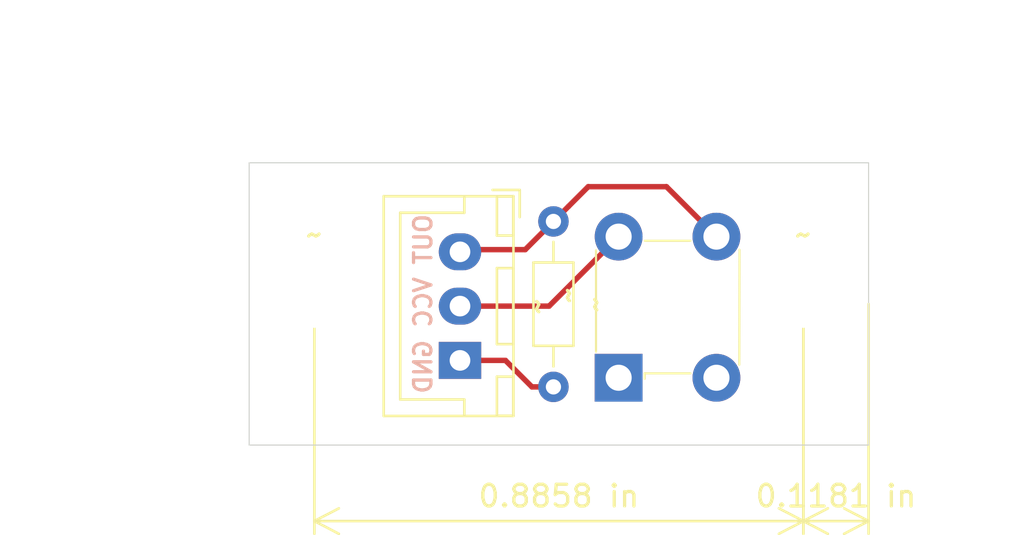
<source format=kicad_pcb>
(kicad_pcb (version 20171130) (host pcbnew "(5.1.5)-3")

  (general
    (thickness 1.6)
    (drawings 11)
    (tracks 12)
    (zones 0)
    (modules 5)
    (nets 6)
  )

  (page A4)
  (layers
    (0 F.Cu signal)
    (31 B.Cu signal)
    (32 B.Adhes user)
    (33 F.Adhes user)
    (34 B.Paste user)
    (35 F.Paste user)
    (36 B.SilkS user)
    (37 F.SilkS user)
    (38 B.Mask user)
    (39 F.Mask user)
    (40 Dwgs.User user)
    (41 Cmts.User user)
    (42 Eco1.User user)
    (43 Eco2.User user)
    (44 Edge.Cuts user)
    (45 Margin user)
    (46 B.CrtYd user)
    (47 F.CrtYd user)
    (48 B.Fab user)
    (49 F.Fab user)
  )

  (setup
    (last_trace_width 0.25)
    (trace_clearance 0.2)
    (zone_clearance 0.508)
    (zone_45_only no)
    (trace_min 0.2)
    (via_size 0.8)
    (via_drill 0.4)
    (via_min_size 0.4)
    (via_min_drill 0.3)
    (uvia_size 0.3)
    (uvia_drill 0.1)
    (uvias_allowed no)
    (uvia_min_size 0.2)
    (uvia_min_drill 0.1)
    (edge_width 0.05)
    (segment_width 0.2)
    (pcb_text_width 0.3)
    (pcb_text_size 1.5 1.5)
    (mod_edge_width 0.12)
    (mod_text_size 1 1)
    (mod_text_width 0.15)
    (pad_size 1.7 1.95)
    (pad_drill 0.95)
    (pad_to_mask_clearance 0.051)
    (solder_mask_min_width 0.25)
    (aux_axis_origin 0 0)
    (visible_elements 7FFFFFFF)
    (pcbplotparams
      (layerselection 0x010fc_ffffffff)
      (usegerberextensions false)
      (usegerberattributes false)
      (usegerberadvancedattributes false)
      (creategerberjobfile false)
      (excludeedgelayer true)
      (linewidth 0.100000)
      (plotframeref false)
      (viasonmask false)
      (mode 1)
      (useauxorigin false)
      (hpglpennumber 1)
      (hpglpenspeed 20)
      (hpglpendiameter 15.000000)
      (psnegative false)
      (psa4output false)
      (plotreference true)
      (plotvalue true)
      (plotinvisibletext false)
      (padsonsilk false)
      (subtractmaskfromsilk false)
      (outputformat 1)
      (mirror false)
      (drillshape 1)
      (scaleselection 1)
      (outputdirectory ""))
  )

  (net 0 "")
  (net 1 "Net-(Button1-Pad3)")
  (net 2 "Net-(Button1-Pad2)")
  (net 3 "Net-(Button1-Pad1)")
  (net 4 "Net-(S1-Pad3)")
  (net 5 "Net-(S1-Pad1)")

  (net_class Default "This is the default net class."
    (clearance 0.2)
    (trace_width 0.25)
    (via_dia 0.8)
    (via_drill 0.4)
    (uvia_dia 0.3)
    (uvia_drill 0.1)
    (add_net "Net-(Button1-Pad1)")
    (add_net "Net-(Button1-Pad2)")
    (add_net "Net-(Button1-Pad3)")
    (add_net "Net-(S1-Pad1)")
    (add_net "Net-(S1-Pad3)")
  )

  (module digikey-footprints:Switch_Tactile_THT_6x6mm (layer F.Cu) (tedit 5AF34E1F) (tstamp 5E45B9A5)
    (at 146 87.9 90)
    (descr http://www.te.com/commerce/DocumentDelivery/DDEController?Action=srchrtrv&DocNm=1825910&DocType=Customer+Drawing&DocLang=English)
    (path /5E45AFDD)
    (fp_text reference ~ (at 3.81 -2.3368 90) (layer F.SilkS)
      (effects (font (size 1 1) (thickness 0.15)))
    )
    (fp_text value ~ (at 3.6322 7.0866 90) (layer F.Fab)
      (effects (font (size 1 1) (thickness 0.15)))
    )
    (fp_line (start 0.25 -1) (end 6.25 -1) (layer F.Fab) (width 0.1))
    (fp_line (start 6.25 -1) (end 6.25 5.5) (layer F.Fab) (width 0.1))
    (fp_line (start 6.25 5.5) (end 0.25 5.5) (layer F.Fab) (width 0.1))
    (fp_line (start 0.25 -1) (end 0.25 5.5) (layer F.Fab) (width 0.1))
    (fp_text user ~ (at 3.3782 2.286 90) (layer F.Fab)
      (effects (font (size 1 1) (thickness 0.15)))
    )
    (fp_line (start 7.85 -1.35) (end 7.85 5.85) (layer F.CrtYd) (width 0.05))
    (fp_line (start 7.85 5.85) (end -1.35 5.85) (layer F.CrtYd) (width 0.05))
    (fp_line (start 7.85 -1.35) (end -1.35 -1.35) (layer F.CrtYd) (width 0.05))
    (fp_line (start -1.35 -1.35) (end -1.35 5.85) (layer F.CrtYd) (width 0.05))
    (fp_line (start 1.2 -1.0414) (end 5.8674 -1.0414) (layer F.SilkS) (width 0.1))
    (fp_line (start 0.2032 1.1938) (end 0.2032 3.302) (layer F.SilkS) (width 0.1))
    (fp_line (start 6.3092 1.2048) (end 6.3092 3.3) (layer F.SilkS) (width 0.1))
    (fp_line (start 5.8928 5.5626) (end 0.6 5.5528) (layer F.SilkS) (width 0.1))
    (fp_line (start 0.2032 1.2004) (end -0.0468 1.2004) (layer F.SilkS) (width 0.1))
    (pad 3 thru_hole circle (at 0 4.5 90) (size 2.2 2.2) (drill 1.2) (layers *.Cu *.Mask)
      (net 4 "Net-(S1-Pad3)"))
    (pad 4 thru_hole circle (at 6.5 4.5 90) (size 2.2 2.2) (drill 1.2) (layers *.Cu *.Mask)
      (net 3 "Net-(Button1-Pad1)"))
    (pad 2 thru_hole circle (at 6.5 0 90) (size 2.2 2.2) (drill 1.2) (layers *.Cu *.Mask)
      (net 2 "Net-(Button1-Pad2)"))
    (pad 1 thru_hole rect (at 0 0 90) (size 2.2 2.2) (drill 1.2) (layers *.Cu *.Mask)
      (net 5 "Net-(S1-Pad1)"))
  )

  (module Resistor_THT:R_Axial_DIN0204_L3.6mm_D1.6mm_P7.62mm_Horizontal (layer F.Cu) (tedit 5AE5139B) (tstamp 5E45B98F)
    (at 143 80.7 270)
    (descr "Resistor, Axial_DIN0204 series, Axial, Horizontal, pin pitch=7.62mm, 0.167W, length*diameter=3.6*1.6mm^2, http://cdn-reichelt.de/documents/datenblatt/B400/1_4W%23YAG.pdf")
    (tags "Resistor Axial_DIN0204 series Axial Horizontal pin pitch 7.62mm 0.167W length 3.6mm diameter 1.6mm")
    (path /5E45A999)
    (fp_text reference ~ (at 3.81 -1.92 90) (layer F.SilkS)
      (effects (font (size 1 1) (thickness 0.15)))
    )
    (fp_text value ~ (at 3.81 1.92 90) (layer F.Fab)
      (effects (font (size 1 1) (thickness 0.15)))
    )
    (fp_text user 10k (at 3.81 0 90) (layer F.Fab)
      (effects (font (size 0.72 0.72) (thickness 0.108)))
    )
    (fp_line (start 8.57 -1.05) (end -0.95 -1.05) (layer F.CrtYd) (width 0.05))
    (fp_line (start 8.57 1.05) (end 8.57 -1.05) (layer F.CrtYd) (width 0.05))
    (fp_line (start -0.95 1.05) (end 8.57 1.05) (layer F.CrtYd) (width 0.05))
    (fp_line (start -0.95 -1.05) (end -0.95 1.05) (layer F.CrtYd) (width 0.05))
    (fp_line (start 6.68 0) (end 5.73 0) (layer F.SilkS) (width 0.12))
    (fp_line (start 0.94 0) (end 1.89 0) (layer F.SilkS) (width 0.12))
    (fp_line (start 5.73 -0.92) (end 1.89 -0.92) (layer F.SilkS) (width 0.12))
    (fp_line (start 5.73 0.92) (end 5.73 -0.92) (layer F.SilkS) (width 0.12))
    (fp_line (start 1.89 0.92) (end 5.73 0.92) (layer F.SilkS) (width 0.12))
    (fp_line (start 1.89 -0.92) (end 1.89 0.92) (layer F.SilkS) (width 0.12))
    (fp_line (start 7.62 0) (end 5.61 0) (layer F.Fab) (width 0.1))
    (fp_line (start 0 0) (end 2.01 0) (layer F.Fab) (width 0.1))
    (fp_line (start 5.61 -0.8) (end 2.01 -0.8) (layer F.Fab) (width 0.1))
    (fp_line (start 5.61 0.8) (end 5.61 -0.8) (layer F.Fab) (width 0.1))
    (fp_line (start 2.01 0.8) (end 5.61 0.8) (layer F.Fab) (width 0.1))
    (fp_line (start 2.01 -0.8) (end 2.01 0.8) (layer F.Fab) (width 0.1))
    (pad 2 thru_hole oval (at 7.62 0 270) (size 1.4 1.4) (drill 0.7) (layers *.Cu *.Mask)
      (net 1 "Net-(Button1-Pad3)"))
    (pad 1 thru_hole circle (at 0 0 270) (size 1.4 1.4) (drill 0.7) (layers *.Cu *.Mask)
      (net 3 "Net-(Button1-Pad1)"))
    (model ${KISYS3DMOD}/Resistor_THT.3dshapes/R_Axial_DIN0204_L3.6mm_D1.6mm_P7.62mm_Horizontal.wrl
      (at (xyz 0 0 0))
      (scale (xyz 1 1 1))
      (rotate (xyz 0 0 0))
    )
  )

  (module Connector_JST:JST_XH_B3B-XH-A_1x03_P2.50mm_Vertical (layer F.Cu) (tedit 5E45AEDE) (tstamp 5E45B978)
    (at 138.7 82.1 270)
    (descr "JST XH series connector, B3B-XH-A (http://www.jst-mfg.com/product/pdf/eng/eXH.pdf), generated with kicad-footprint-generator")
    (tags "connector JST XH vertical")
    (path /5E45B86D)
    (fp_text reference ~ (at 2.5 -3.55 90) (layer F.SilkS)
      (effects (font (size 1 1) (thickness 0.15)))
    )
    (fp_text value ~ (at 2.5 4.6 90) (layer F.Fab)
      (effects (font (size 1 1) (thickness 0.15)))
    )
    (fp_text user ~ (at 2.8 2.7 90) (layer F.Fab)
      (effects (font (size 1 1) (thickness 0.15)))
    )
    (fp_line (start -2.85 -2.75) (end -2.85 -1.5) (layer F.SilkS) (width 0.12))
    (fp_line (start -1.6 -2.75) (end -2.85 -2.75) (layer F.SilkS) (width 0.12))
    (fp_line (start 6.8 2.75) (end 2.5 2.75) (layer F.SilkS) (width 0.12))
    (fp_line (start 6.8 -0.2) (end 6.8 2.75) (layer F.SilkS) (width 0.12))
    (fp_line (start 7.55 -0.2) (end 6.8 -0.2) (layer F.SilkS) (width 0.12))
    (fp_line (start -1.8 2.75) (end 2.5 2.75) (layer F.SilkS) (width 0.12))
    (fp_line (start -1.8 -0.2) (end -1.8 2.75) (layer F.SilkS) (width 0.12))
    (fp_line (start -2.55 -0.2) (end -1.8 -0.2) (layer F.SilkS) (width 0.12))
    (fp_line (start 7.55 -2.45) (end 5.75 -2.45) (layer F.SilkS) (width 0.12))
    (fp_line (start 7.55 -1.7) (end 7.55 -2.45) (layer F.SilkS) (width 0.12))
    (fp_line (start 5.75 -1.7) (end 7.55 -1.7) (layer F.SilkS) (width 0.12))
    (fp_line (start 5.75 -2.45) (end 5.75 -1.7) (layer F.SilkS) (width 0.12))
    (fp_line (start -0.75 -2.45) (end -2.55 -2.45) (layer F.SilkS) (width 0.12))
    (fp_line (start -0.75 -1.7) (end -0.75 -2.45) (layer F.SilkS) (width 0.12))
    (fp_line (start -2.55 -1.7) (end -0.75 -1.7) (layer F.SilkS) (width 0.12))
    (fp_line (start -2.55 -2.45) (end -2.55 -1.7) (layer F.SilkS) (width 0.12))
    (fp_line (start 4.25 -2.45) (end 0.75 -2.45) (layer F.SilkS) (width 0.12))
    (fp_line (start 4.25 -1.7) (end 4.25 -2.45) (layer F.SilkS) (width 0.12))
    (fp_line (start 0.75 -1.7) (end 4.25 -1.7) (layer F.SilkS) (width 0.12))
    (fp_line (start 0.75 -2.45) (end 0.75 -1.7) (layer F.SilkS) (width 0.12))
    (fp_line (start 0 -1.35) (end 0.625 -2.35) (layer F.Fab) (width 0.1))
    (fp_line (start -0.625 -2.35) (end 0 -1.35) (layer F.Fab) (width 0.1))
    (fp_line (start 7.95 -2.85) (end -2.95 -2.85) (layer F.CrtYd) (width 0.05))
    (fp_line (start 7.95 3.9) (end 7.95 -2.85) (layer F.CrtYd) (width 0.05))
    (fp_line (start -2.95 3.9) (end 7.95 3.9) (layer F.CrtYd) (width 0.05))
    (fp_line (start -2.95 -2.85) (end -2.95 3.9) (layer F.CrtYd) (width 0.05))
    (fp_line (start 7.56 -2.46) (end -2.56 -2.46) (layer F.SilkS) (width 0.12))
    (fp_line (start 7.56 3.51) (end 7.56 -2.46) (layer F.SilkS) (width 0.12))
    (fp_line (start -2.56 3.51) (end 7.56 3.51) (layer F.SilkS) (width 0.12))
    (fp_line (start -2.56 -2.46) (end -2.56 3.51) (layer F.SilkS) (width 0.12))
    (fp_line (start 7.45 -2.35) (end -2.45 -2.35) (layer F.Fab) (width 0.1))
    (fp_line (start 7.45 3.4) (end 7.45 -2.35) (layer F.Fab) (width 0.1))
    (fp_line (start -2.45 3.4) (end 7.45 3.4) (layer F.Fab) (width 0.1))
    (fp_line (start -2.45 -2.35) (end -2.45 3.4) (layer F.Fab) (width 0.1))
    (pad GND thru_hole rect (at 5 0 270) (size 1.7 1.95) (drill 0.95) (layers *.Cu *.Mask)
      (net 1 "Net-(Button1-Pad3)"))
    (pad VCC thru_hole oval (at 2.5 0 270) (size 1.7 1.95) (drill 0.95) (layers *.Cu *.Mask)
      (net 2 "Net-(Button1-Pad2)"))
    (pad OUT thru_hole oval (at 0 0 270) (size 1.7 1.95) (drill 0.95) (layers *.Cu *.Mask)
      (net 3 "Net-(Button1-Pad1)"))
    (model ${KISYS3DMOD}/Connector_JST.3dshapes/JST_XH_B3B-XH-A_1x03_P2.50mm_Vertical.wrl
      (at (xyz 0 0 0))
      (scale (xyz 1 1 1))
      (rotate (xyz 0 0 0))
    )
  )

  (module MountingHole:MountingHole_2.2mm_M2 (layer F.Cu) (tedit 56D1B4CB) (tstamp 5E460144)
    (at 132 84.5)
    (descr "Mounting Hole 2.2mm, no annular, M2")
    (tags "mounting hole 2.2mm no annular m2")
    (attr virtual)
    (fp_text reference ~ (at 0 -3.2) (layer F.SilkS)
      (effects (font (size 1 1) (thickness 0.15)))
    )
    (fp_text value ~ (at 0 3.2) (layer F.Fab)
      (effects (font (size 1 1) (thickness 0.15)))
    )
    (fp_circle (center 0 0) (end 2.45 0) (layer F.CrtYd) (width 0.05))
    (fp_circle (center 0 0) (end 2.2 0) (layer Cmts.User) (width 0.15))
    (fp_text user ~ (at 0.3 0) (layer F.Fab)
      (effects (font (size 1 1) (thickness 0.15)))
    )
    (pad 1 np_thru_hole circle (at 0 0) (size 2.2 2.2) (drill 2.2) (layers *.Cu *.Mask))
  )

  (module MountingHole:MountingHole_2.2mm_M2 (layer F.Cu) (tedit 56D1B4CB) (tstamp 5E460120)
    (at 154.5 84.5)
    (descr "Mounting Hole 2.2mm, no annular, M2")
    (tags "mounting hole 2.2mm no annular m2")
    (attr virtual)
    (fp_text reference ~ (at 0 -3.2) (layer F.SilkS)
      (effects (font (size 1 1) (thickness 0.15)))
    )
    (fp_text value ~ (at 0 3.2) (layer F.Fab)
      (effects (font (size 1 1) (thickness 0.15)))
    )
    (fp_circle (center 0 0) (end 2.45 0) (layer F.CrtYd) (width 0.05))
    (fp_circle (center 0 0) (end 2.2 0) (layer Cmts.User) (width 0.15))
    (fp_text user ~ (at 0.3 0) (layer F.Fab)
      (effects (font (size 1 1) (thickness 0.15)))
    )
    (pad 1 np_thru_hole circle (at 0 0) (size 2.2 2.2) (drill 2.2) (layers *.Cu *.Mask))
  )

  (dimension 3 (width 0.12) (layer F.SilkS)
    (gr_text "3.000 mm" (at 156 95.77) (layer F.SilkS)
      (effects (font (size 1 1) (thickness 0.15)))
    )
    (feature1 (pts (xy 157.5 84.5) (xy 157.5 95.086421)))
    (feature2 (pts (xy 154.5 84.5) (xy 154.5 95.086421)))
    (crossbar (pts (xy 154.5 94.5) (xy 157.5 94.5)))
    (arrow1a (pts (xy 157.5 94.5) (xy 156.373496 95.086421)))
    (arrow1b (pts (xy 157.5 94.5) (xy 156.373496 93.913579)))
    (arrow2a (pts (xy 154.5 94.5) (xy 155.626504 95.086421)))
    (arrow2b (pts (xy 154.5 94.5) (xy 155.626504 93.913579)))
  )
  (dimension 22.5 (width 0.12) (layer F.SilkS)
    (gr_text "22.500 mm" (at 143.25 95.77) (layer F.SilkS)
      (effects (font (size 1 1) (thickness 0.15)))
    )
    (feature1 (pts (xy 132 84.5) (xy 132 95.086421)))
    (feature2 (pts (xy 154.5 84.5) (xy 154.5 95.086421)))
    (crossbar (pts (xy 154.5 94.5) (xy 132 94.5)))
    (arrow1a (pts (xy 132 94.5) (xy 133.126504 93.913579)))
    (arrow1b (pts (xy 132 94.5) (xy 133.126504 95.086421)))
    (arrow2a (pts (xy 154.5 94.5) (xy 153.373496 93.913579)))
    (arrow2b (pts (xy 154.5 94.5) (xy 153.373496 95.086421)))
  )
  (gr_text "OUT VCC GND" (at 137 84.5 90) (layer B.SilkS)
    (effects (font (size 0.8 0.8) (thickness 0.15)) (justify mirror))
  )
  (dimension 6.5 (width 0.15) (layer Dwgs.User)
    (gr_text "6.500 mm" (at 121.2 87.75 270) (layer Dwgs.User)
      (effects (font (size 1 1) (thickness 0.15)))
    )
    (feature1 (pts (xy 132.5 91) (xy 121.913579 91)))
    (feature2 (pts (xy 132.5 84.5) (xy 121.913579 84.5)))
    (crossbar (pts (xy 122.5 84.5) (xy 122.5 91)))
    (arrow1a (pts (xy 122.5 91) (xy 121.913579 89.873496)))
    (arrow1b (pts (xy 122.5 91) (xy 123.086421 89.873496)))
    (arrow2a (pts (xy 122.5 84.5) (xy 121.913579 85.626504)))
    (arrow2b (pts (xy 122.5 84.5) (xy 123.086421 85.626504)))
  )
  (dimension 6.5 (width 0.15) (layer Dwgs.User)
    (gr_text "6.500 mm" (at 124.2 81.25 90) (layer Dwgs.User)
      (effects (font (size 1 1) (thickness 0.15)))
    )
    (feature1 (pts (xy 132.5 78) (xy 124.913579 78)))
    (feature2 (pts (xy 132.5 84.5) (xy 124.913579 84.5)))
    (crossbar (pts (xy 125.5 84.5) (xy 125.5 78)))
    (arrow1a (pts (xy 125.5 78) (xy 126.086421 79.126504)))
    (arrow1b (pts (xy 125.5 78) (xy 124.913579 79.126504)))
    (arrow2a (pts (xy 125.5 84.5) (xy 126.086421 83.373496)))
    (arrow2b (pts (xy 125.5 84.5) (xy 124.913579 83.373496)))
  )
  (dimension 13 (width 0.15) (layer Dwgs.User)
    (gr_text "13.000 mm" (at 163.3 84.5 270) (layer Dwgs.User)
      (effects (font (size 1 1) (thickness 0.15)))
    )
    (feature1 (pts (xy 157.5 91) (xy 162.586421 91)))
    (feature2 (pts (xy 157.5 78) (xy 162.586421 78)))
    (crossbar (pts (xy 162 78) (xy 162 91)))
    (arrow1a (pts (xy 162 91) (xy 161.413579 89.873496)))
    (arrow1b (pts (xy 162 91) (xy 162.586421 89.873496)))
    (arrow2a (pts (xy 162 78) (xy 161.413579 79.126504)))
    (arrow2b (pts (xy 162 78) (xy 162.586421 79.126504)))
  )
  (dimension 28.5 (width 0.15) (layer Dwgs.User)
    (gr_text "28.500 mm" (at 143.25 71.2) (layer Dwgs.User)
      (effects (font (size 1 1) (thickness 0.15)))
    )
    (feature1 (pts (xy 157.5 78) (xy 157.5 71.913579)))
    (feature2 (pts (xy 129 78) (xy 129 71.913579)))
    (crossbar (pts (xy 129 72.5) (xy 157.5 72.5)))
    (arrow1a (pts (xy 157.5 72.5) (xy 156.373496 73.086421)))
    (arrow1b (pts (xy 157.5 72.5) (xy 156.373496 71.913579)))
    (arrow2a (pts (xy 129 72.5) (xy 130.126504 73.086421)))
    (arrow2b (pts (xy 129 72.5) (xy 130.126504 71.913579)))
  )
  (gr_line (start 129 91) (end 129 78) (layer Edge.Cuts) (width 0.05) (tstamp 5E460297))
  (gr_line (start 157.5 91) (end 129 91) (layer Edge.Cuts) (width 0.05))
  (gr_line (start 157.5 78) (end 157.5 91) (layer Edge.Cuts) (width 0.05))
  (gr_line (start 129 78) (end 157.5 78) (layer Edge.Cuts) (width 0.05))

  (segment (start 142.010051 88.32) (end 140.790051 87.1) (width 0.25) (layer F.Cu) (net 1))
  (segment (start 143 88.32) (end 142.010051 88.32) (width 0.25) (layer F.Cu) (net 1))
  (segment (start 140.790051 87.1) (end 138.8 87.1) (width 0.25) (layer F.Cu) (net 1))
  (segment (start 142.8 84.6) (end 145.9 81.5) (width 0.25) (layer F.Cu) (net 2))
  (segment (start 138.7 84.6) (end 142.8 84.6) (width 0.25) (layer F.Cu) (net 2))
  (segment (start 145.9 81.5) (end 146 81.5) (width 0.25) (layer F.Cu) (net 2))
  (segment (start 150.5 81.4) (end 148.2 79.1) (width 0.25) (layer F.Cu) (net 3))
  (segment (start 144.6 79.1) (end 143.699999 80.000001) (width 0.25) (layer F.Cu) (net 3))
  (segment (start 148.2 79.1) (end 144.6 79.1) (width 0.25) (layer F.Cu) (net 3))
  (segment (start 143.699999 80.000001) (end 143 80.7) (width 0.25) (layer F.Cu) (net 3))
  (segment (start 143 80.7) (end 141.7 82) (width 0.25) (layer F.Cu) (net 3))
  (segment (start 141.7 82) (end 138.7 82) (width 0.25) (layer F.Cu) (net 3))

)

</source>
